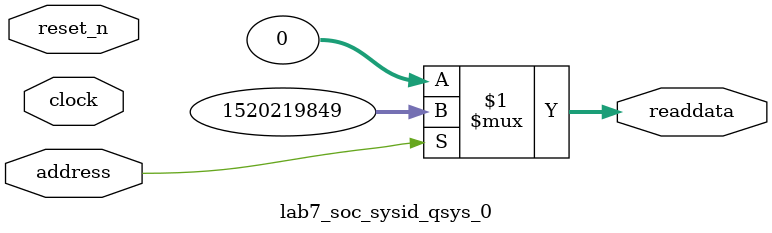
<source format=v>

`timescale 1ns / 1ps
// synthesis translate_on

// turn off superfluous verilog processor warnings 
// altera message_level Level1 
// altera message_off 10034 10035 10036 10037 10230 10240 10030 

module lab7_soc_sysid_qsys_0 (
               // inputs:
                address,
                clock,
                reset_n,

               // outputs:
                readdata
             )
;

  output  [ 31: 0] readdata;
  input            address;
  input            clock;
  input            reset_n;

  wire    [ 31: 0] readdata;
  //control_slave, which is an e_avalon_slave
  assign readdata = address ? 1520219849 : 0;

endmodule




</source>
